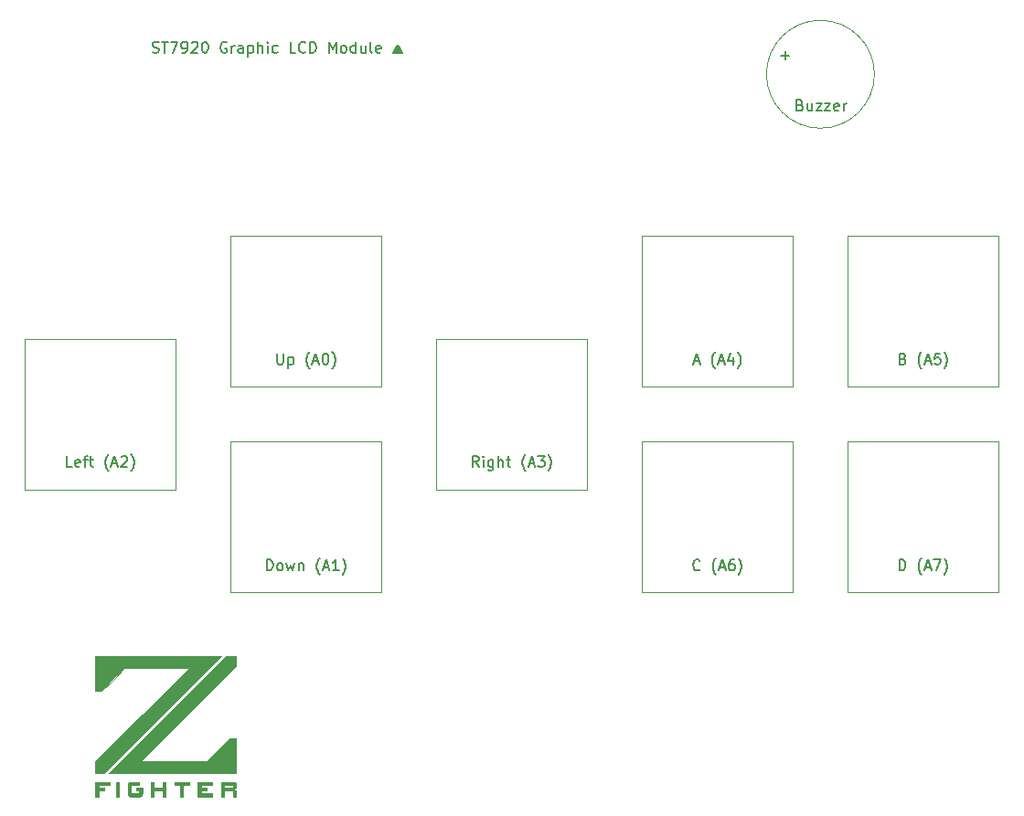
<source format=gto>
G04 #@! TF.GenerationSoftware,KiCad,Pcbnew,5.1.10*
G04 #@! TF.CreationDate,2022-03-31T14:38:22-07:00*
G04 #@! TF.ProjectId,Z-FIGHTER_Accessory_Board,5a2d4649-4748-4544-9552-5f4163636573,rev?*
G04 #@! TF.SameCoordinates,Original*
G04 #@! TF.FileFunction,Legend,Top*
G04 #@! TF.FilePolarity,Positive*
%FSLAX46Y46*%
G04 Gerber Fmt 4.6, Leading zero omitted, Abs format (unit mm)*
G04 Created by KiCad (PCBNEW 5.1.10) date 2022-03-31 14:38:22*
%MOMM*%
%LPD*%
G01*
G04 APERTURE LIST*
%ADD10C,0.150000*%
%ADD11C,0.120000*%
%ADD12C,0.010000*%
G04 APERTURE END LIST*
D10*
X80723571Y-98961261D02*
X80866428Y-99008880D01*
X81104523Y-99008880D01*
X81199761Y-98961261D01*
X81247380Y-98913642D01*
X81295000Y-98818404D01*
X81295000Y-98723166D01*
X81247380Y-98627928D01*
X81199761Y-98580309D01*
X81104523Y-98532690D01*
X80914047Y-98485071D01*
X80818809Y-98437452D01*
X80771190Y-98389833D01*
X80723571Y-98294595D01*
X80723571Y-98199357D01*
X80771190Y-98104119D01*
X80818809Y-98056500D01*
X80914047Y-98008880D01*
X81152142Y-98008880D01*
X81295000Y-98056500D01*
X81580714Y-98008880D02*
X82152142Y-98008880D01*
X81866428Y-99008880D02*
X81866428Y-98008880D01*
X82390238Y-98008880D02*
X83056904Y-98008880D01*
X82628333Y-99008880D01*
X83485476Y-99008880D02*
X83675952Y-99008880D01*
X83771190Y-98961261D01*
X83818809Y-98913642D01*
X83914047Y-98770785D01*
X83961666Y-98580309D01*
X83961666Y-98199357D01*
X83914047Y-98104119D01*
X83866428Y-98056500D01*
X83771190Y-98008880D01*
X83580714Y-98008880D01*
X83485476Y-98056500D01*
X83437857Y-98104119D01*
X83390238Y-98199357D01*
X83390238Y-98437452D01*
X83437857Y-98532690D01*
X83485476Y-98580309D01*
X83580714Y-98627928D01*
X83771190Y-98627928D01*
X83866428Y-98580309D01*
X83914047Y-98532690D01*
X83961666Y-98437452D01*
X84342619Y-98104119D02*
X84390238Y-98056500D01*
X84485476Y-98008880D01*
X84723571Y-98008880D01*
X84818809Y-98056500D01*
X84866428Y-98104119D01*
X84914047Y-98199357D01*
X84914047Y-98294595D01*
X84866428Y-98437452D01*
X84295000Y-99008880D01*
X84914047Y-99008880D01*
X85533095Y-98008880D02*
X85628333Y-98008880D01*
X85723571Y-98056500D01*
X85771190Y-98104119D01*
X85818809Y-98199357D01*
X85866428Y-98389833D01*
X85866428Y-98627928D01*
X85818809Y-98818404D01*
X85771190Y-98913642D01*
X85723571Y-98961261D01*
X85628333Y-99008880D01*
X85533095Y-99008880D01*
X85437857Y-98961261D01*
X85390238Y-98913642D01*
X85342619Y-98818404D01*
X85295000Y-98627928D01*
X85295000Y-98389833D01*
X85342619Y-98199357D01*
X85390238Y-98104119D01*
X85437857Y-98056500D01*
X85533095Y-98008880D01*
X87580714Y-98056500D02*
X87485476Y-98008880D01*
X87342619Y-98008880D01*
X87199761Y-98056500D01*
X87104523Y-98151738D01*
X87056904Y-98246976D01*
X87009285Y-98437452D01*
X87009285Y-98580309D01*
X87056904Y-98770785D01*
X87104523Y-98866023D01*
X87199761Y-98961261D01*
X87342619Y-99008880D01*
X87437857Y-99008880D01*
X87580714Y-98961261D01*
X87628333Y-98913642D01*
X87628333Y-98580309D01*
X87437857Y-98580309D01*
X88056904Y-99008880D02*
X88056904Y-98342214D01*
X88056904Y-98532690D02*
X88104523Y-98437452D01*
X88152142Y-98389833D01*
X88247380Y-98342214D01*
X88342619Y-98342214D01*
X89104523Y-99008880D02*
X89104523Y-98485071D01*
X89056904Y-98389833D01*
X88961666Y-98342214D01*
X88771190Y-98342214D01*
X88675952Y-98389833D01*
X89104523Y-98961261D02*
X89009285Y-99008880D01*
X88771190Y-99008880D01*
X88675952Y-98961261D01*
X88628333Y-98866023D01*
X88628333Y-98770785D01*
X88675952Y-98675547D01*
X88771190Y-98627928D01*
X89009285Y-98627928D01*
X89104523Y-98580309D01*
X89580714Y-98342214D02*
X89580714Y-99342214D01*
X89580714Y-98389833D02*
X89675952Y-98342214D01*
X89866428Y-98342214D01*
X89961666Y-98389833D01*
X90009285Y-98437452D01*
X90056904Y-98532690D01*
X90056904Y-98818404D01*
X90009285Y-98913642D01*
X89961666Y-98961261D01*
X89866428Y-99008880D01*
X89675952Y-99008880D01*
X89580714Y-98961261D01*
X90485476Y-99008880D02*
X90485476Y-98008880D01*
X90914047Y-99008880D02*
X90914047Y-98485071D01*
X90866428Y-98389833D01*
X90771190Y-98342214D01*
X90628333Y-98342214D01*
X90533095Y-98389833D01*
X90485476Y-98437452D01*
X91390238Y-99008880D02*
X91390238Y-98342214D01*
X91390238Y-98008880D02*
X91342619Y-98056500D01*
X91390238Y-98104119D01*
X91437857Y-98056500D01*
X91390238Y-98008880D01*
X91390238Y-98104119D01*
X92295000Y-98961261D02*
X92199761Y-99008880D01*
X92009285Y-99008880D01*
X91914047Y-98961261D01*
X91866428Y-98913642D01*
X91818809Y-98818404D01*
X91818809Y-98532690D01*
X91866428Y-98437452D01*
X91914047Y-98389833D01*
X92009285Y-98342214D01*
X92199761Y-98342214D01*
X92295000Y-98389833D01*
X93961666Y-99008880D02*
X93485476Y-99008880D01*
X93485476Y-98008880D01*
X94866428Y-98913642D02*
X94818809Y-98961261D01*
X94675952Y-99008880D01*
X94580714Y-99008880D01*
X94437857Y-98961261D01*
X94342619Y-98866023D01*
X94295000Y-98770785D01*
X94247380Y-98580309D01*
X94247380Y-98437452D01*
X94295000Y-98246976D01*
X94342619Y-98151738D01*
X94437857Y-98056500D01*
X94580714Y-98008880D01*
X94675952Y-98008880D01*
X94818809Y-98056500D01*
X94866428Y-98104119D01*
X95295000Y-99008880D02*
X95295000Y-98008880D01*
X95533095Y-98008880D01*
X95675952Y-98056500D01*
X95771190Y-98151738D01*
X95818809Y-98246976D01*
X95866428Y-98437452D01*
X95866428Y-98580309D01*
X95818809Y-98770785D01*
X95771190Y-98866023D01*
X95675952Y-98961261D01*
X95533095Y-99008880D01*
X95295000Y-99008880D01*
X97056904Y-99008880D02*
X97056904Y-98008880D01*
X97390238Y-98723166D01*
X97723571Y-98008880D01*
X97723571Y-99008880D01*
X98342619Y-99008880D02*
X98247380Y-98961261D01*
X98199761Y-98913642D01*
X98152142Y-98818404D01*
X98152142Y-98532690D01*
X98199761Y-98437452D01*
X98247380Y-98389833D01*
X98342619Y-98342214D01*
X98485476Y-98342214D01*
X98580714Y-98389833D01*
X98628333Y-98437452D01*
X98675952Y-98532690D01*
X98675952Y-98818404D01*
X98628333Y-98913642D01*
X98580714Y-98961261D01*
X98485476Y-99008880D01*
X98342619Y-99008880D01*
X99533095Y-99008880D02*
X99533095Y-98008880D01*
X99533095Y-98961261D02*
X99437857Y-99008880D01*
X99247380Y-99008880D01*
X99152142Y-98961261D01*
X99104523Y-98913642D01*
X99056904Y-98818404D01*
X99056904Y-98532690D01*
X99104523Y-98437452D01*
X99152142Y-98389833D01*
X99247380Y-98342214D01*
X99437857Y-98342214D01*
X99533095Y-98389833D01*
X100437857Y-98342214D02*
X100437857Y-99008880D01*
X100009285Y-98342214D02*
X100009285Y-98866023D01*
X100056904Y-98961261D01*
X100152142Y-99008880D01*
X100295000Y-99008880D01*
X100390238Y-98961261D01*
X100437857Y-98913642D01*
X101056904Y-99008880D02*
X100961666Y-98961261D01*
X100914047Y-98866023D01*
X100914047Y-98008880D01*
X101818809Y-98961261D02*
X101723571Y-99008880D01*
X101533095Y-99008880D01*
X101437857Y-98961261D01*
X101390238Y-98866023D01*
X101390238Y-98485071D01*
X101437857Y-98389833D01*
X101533095Y-98342214D01*
X101723571Y-98342214D01*
X101818809Y-98389833D01*
X101866428Y-98485071D01*
X101866428Y-98580309D01*
X101390238Y-98675547D01*
X103056904Y-98961261D02*
X103056904Y-99008880D01*
X103104523Y-98866023D02*
X103104523Y-99008880D01*
X103152142Y-98770785D02*
X103152142Y-99008880D01*
X103199761Y-98675547D02*
X103199761Y-99008880D01*
X103247380Y-98627928D02*
X103247380Y-99008880D01*
X103295000Y-98532690D02*
X103295000Y-99008880D01*
X103342619Y-98437452D02*
X103342619Y-99008880D01*
X103390238Y-98342214D02*
X103390238Y-99008880D01*
X103437857Y-98246976D02*
X103437857Y-99008880D01*
X103485476Y-98342214D02*
X103485476Y-99008880D01*
X103533095Y-98437452D02*
X103533095Y-99008880D01*
X103580714Y-98532690D02*
X103580714Y-99008880D01*
X103628333Y-98627928D02*
X103628333Y-99008880D01*
X103675952Y-98675547D02*
X103675952Y-99008880D01*
X103723571Y-98770785D02*
X103723571Y-99008880D01*
X103771190Y-98866023D02*
X103771190Y-99008880D01*
X103818809Y-99008880D02*
X103437857Y-98294595D01*
X103056904Y-99008880D01*
X103818809Y-98961261D02*
X103818809Y-99008880D01*
X103437857Y-98246976D02*
X103866428Y-99008880D01*
X103009285Y-99008880D01*
X103437857Y-98246976D01*
D11*
X107015000Y-139485000D02*
X107015000Y-125515000D01*
X120985000Y-139485000D02*
X107015000Y-139485000D01*
X120985000Y-125515000D02*
X120985000Y-139485000D01*
X107015000Y-125515000D02*
X120985000Y-125515000D01*
X145115000Y-149010000D02*
X145115000Y-135040000D01*
X159085000Y-149010000D02*
X145115000Y-149010000D01*
X159085000Y-135040000D02*
X159085000Y-149010000D01*
X145115000Y-135040000D02*
X159085000Y-135040000D01*
X126065000Y-149010000D02*
X126065000Y-135040000D01*
X140035000Y-149010000D02*
X126065000Y-149010000D01*
X140035000Y-135040000D02*
X140035000Y-149010000D01*
X126065000Y-135040000D02*
X140035000Y-135040000D01*
X145115000Y-129960000D02*
X145115000Y-115990000D01*
X159085000Y-129960000D02*
X145115000Y-129960000D01*
X159085000Y-115990000D02*
X159085000Y-129960000D01*
X145115000Y-115990000D02*
X159085000Y-115990000D01*
X126065000Y-129960000D02*
X126065000Y-115990000D01*
X140035000Y-129960000D02*
X126065000Y-129960000D01*
X140035000Y-115990000D02*
X140035000Y-129960000D01*
X126065000Y-115990000D02*
X140035000Y-115990000D01*
X87965000Y-135040000D02*
X101935000Y-135040000D01*
X101935000Y-135040000D02*
X101935000Y-149010000D01*
X101935000Y-149010000D02*
X87965000Y-149010000D01*
X87965000Y-149010000D02*
X87965000Y-135040000D01*
X87965000Y-129960000D02*
X87965000Y-115990000D01*
X101935000Y-129960000D02*
X87965000Y-129960000D01*
X101935000Y-115990000D02*
X101935000Y-129960000D01*
X87965000Y-115990000D02*
X101935000Y-115990000D01*
X68915000Y-139485000D02*
X68915000Y-125515000D01*
X82885000Y-139485000D02*
X68915000Y-139485000D01*
X82885000Y-125515000D02*
X82885000Y-139485000D01*
X68915000Y-125515000D02*
X82885000Y-125515000D01*
D12*
G36*
X76792267Y-166838667D02*
G01*
X75708534Y-166838667D01*
X75708534Y-167109600D01*
X76250400Y-167109600D01*
X76250400Y-167380533D01*
X75708534Y-167380533D01*
X75708534Y-167922400D01*
X75437600Y-167922400D01*
X75437600Y-166567733D01*
X76792267Y-166567733D01*
X76792267Y-166838667D01*
G37*
X76792267Y-166838667D02*
X75708534Y-166838667D01*
X75708534Y-167109600D01*
X76250400Y-167109600D01*
X76250400Y-167380533D01*
X75708534Y-167380533D01*
X75708534Y-167922400D01*
X75437600Y-167922400D01*
X75437600Y-166567733D01*
X76792267Y-166567733D01*
X76792267Y-166838667D01*
G36*
X77605067Y-167922400D02*
G01*
X77334133Y-167922400D01*
X77334133Y-166567733D01*
X77605067Y-166567733D01*
X77605067Y-167922400D01*
G37*
X77605067Y-167922400D02*
X77334133Y-167922400D01*
X77334133Y-166567733D01*
X77605067Y-166567733D01*
X77605067Y-167922400D01*
G36*
X79501600Y-166838667D02*
G01*
X78688800Y-166838667D01*
X78688800Y-167651467D01*
X79501600Y-167651467D01*
X79501600Y-167380533D01*
X79230667Y-167380533D01*
X79230667Y-167109600D01*
X79772534Y-167109600D01*
X79772534Y-167402346D01*
X79772221Y-167510288D01*
X79770864Y-167590425D01*
X79767837Y-167648813D01*
X79762513Y-167691512D01*
X79754265Y-167724580D01*
X79742466Y-167754074D01*
X79734434Y-167770576D01*
X79678877Y-167846653D01*
X79628600Y-167883952D01*
X79607339Y-167895171D01*
X79585571Y-167903924D01*
X79559001Y-167910517D01*
X79523333Y-167915252D01*
X79474271Y-167918435D01*
X79407520Y-167920369D01*
X79318785Y-167921360D01*
X79203770Y-167921710D01*
X79095200Y-167921736D01*
X78953265Y-167921450D01*
X78841106Y-167920521D01*
X78754635Y-167918729D01*
X78689765Y-167915858D01*
X78642406Y-167911690D01*
X78608471Y-167906006D01*
X78583873Y-167898589D01*
X78573309Y-167893922D01*
X78526098Y-167861787D01*
X78480227Y-167817226D01*
X78471709Y-167806726D01*
X78426334Y-167747236D01*
X78426334Y-166742897D01*
X78471944Y-166683098D01*
X78498530Y-166650163D01*
X78525155Y-166624165D01*
X78556047Y-166604287D01*
X78595431Y-166589711D01*
X78647535Y-166579619D01*
X78716585Y-166573193D01*
X78806808Y-166569615D01*
X78922430Y-166568068D01*
X79067678Y-166567734D01*
X79068126Y-166567733D01*
X79501600Y-166567733D01*
X79501600Y-166838667D01*
G37*
X79501600Y-166838667D02*
X78688800Y-166838667D01*
X78688800Y-167651467D01*
X79501600Y-167651467D01*
X79501600Y-167380533D01*
X79230667Y-167380533D01*
X79230667Y-167109600D01*
X79772534Y-167109600D01*
X79772534Y-167402346D01*
X79772221Y-167510288D01*
X79770864Y-167590425D01*
X79767837Y-167648813D01*
X79762513Y-167691512D01*
X79754265Y-167724580D01*
X79742466Y-167754074D01*
X79734434Y-167770576D01*
X79678877Y-167846653D01*
X79628600Y-167883952D01*
X79607339Y-167895171D01*
X79585571Y-167903924D01*
X79559001Y-167910517D01*
X79523333Y-167915252D01*
X79474271Y-167918435D01*
X79407520Y-167920369D01*
X79318785Y-167921360D01*
X79203770Y-167921710D01*
X79095200Y-167921736D01*
X78953265Y-167921450D01*
X78841106Y-167920521D01*
X78754635Y-167918729D01*
X78689765Y-167915858D01*
X78642406Y-167911690D01*
X78608471Y-167906006D01*
X78583873Y-167898589D01*
X78573309Y-167893922D01*
X78526098Y-167861787D01*
X78480227Y-167817226D01*
X78471709Y-167806726D01*
X78426334Y-167747236D01*
X78426334Y-166742897D01*
X78471944Y-166683098D01*
X78498530Y-166650163D01*
X78525155Y-166624165D01*
X78556047Y-166604287D01*
X78595431Y-166589711D01*
X78647535Y-166579619D01*
X78716585Y-166573193D01*
X78806808Y-166569615D01*
X78922430Y-166568068D01*
X79067678Y-166567734D01*
X79068126Y-166567733D01*
X79501600Y-166567733D01*
X79501600Y-166838667D01*
G36*
X80856267Y-167109600D02*
G01*
X81669067Y-167109600D01*
X81669067Y-166567733D01*
X81940000Y-166567733D01*
X81940000Y-167922400D01*
X81669067Y-167922400D01*
X81669067Y-167380533D01*
X80856267Y-167380533D01*
X80856267Y-167922400D01*
X80585333Y-167922400D01*
X80585333Y-166567733D01*
X80856267Y-166567733D01*
X80856267Y-167109600D01*
G37*
X80856267Y-167109600D02*
X81669067Y-167109600D01*
X81669067Y-166567733D01*
X81940000Y-166567733D01*
X81940000Y-167922400D01*
X81669067Y-167922400D01*
X81669067Y-167380533D01*
X80856267Y-167380533D01*
X80856267Y-167922400D01*
X80585333Y-167922400D01*
X80585333Y-166567733D01*
X80856267Y-166567733D01*
X80856267Y-167109600D01*
G36*
X84107467Y-166838667D02*
G01*
X83565600Y-166838667D01*
X83565600Y-167922400D01*
X83294667Y-167922400D01*
X83294667Y-166838667D01*
X82752800Y-166838667D01*
X82752800Y-166567733D01*
X84107467Y-166567733D01*
X84107467Y-166838667D01*
G37*
X84107467Y-166838667D02*
X83565600Y-166838667D01*
X83565600Y-167922400D01*
X83294667Y-167922400D01*
X83294667Y-166838667D01*
X82752800Y-166838667D01*
X82752800Y-166567733D01*
X84107467Y-166567733D01*
X84107467Y-166838667D01*
G36*
X86274934Y-166838667D02*
G01*
X85191200Y-166838667D01*
X85191200Y-167109600D01*
X85733067Y-167109600D01*
X85733067Y-167380533D01*
X85191200Y-167380533D01*
X85191200Y-167651467D01*
X86274934Y-167651467D01*
X86274934Y-167922400D01*
X84920267Y-167922400D01*
X84920267Y-166567733D01*
X86274934Y-166567733D01*
X86274934Y-166838667D01*
G37*
X86274934Y-166838667D02*
X85191200Y-166838667D01*
X85191200Y-167109600D01*
X85733067Y-167109600D01*
X85733067Y-167380533D01*
X85191200Y-167380533D01*
X85191200Y-167651467D01*
X86274934Y-167651467D01*
X86274934Y-167922400D01*
X84920267Y-167922400D01*
X84920267Y-166567733D01*
X86274934Y-166567733D01*
X86274934Y-166838667D01*
G36*
X87821374Y-166567874D02*
G01*
X87955819Y-166568673D01*
X88063625Y-166570699D01*
X88148404Y-166574520D01*
X88213769Y-166580703D01*
X88263334Y-166589816D01*
X88300711Y-166602428D01*
X88329514Y-166619105D01*
X88353357Y-166640416D01*
X88375852Y-166666928D01*
X88387986Y-166682658D01*
X88408737Y-166712787D01*
X88422467Y-166743556D01*
X88431023Y-166783377D01*
X88436249Y-166840660D01*
X88439810Y-166918917D01*
X88446358Y-167095819D01*
X88299882Y-167245067D01*
X88371141Y-167317674D01*
X88442400Y-167390282D01*
X88442400Y-167922400D01*
X88171467Y-167922400D01*
X88171467Y-167380533D01*
X87358667Y-167380533D01*
X87358667Y-167922400D01*
X87087733Y-167922400D01*
X87087733Y-166838667D01*
X87358667Y-166838667D01*
X87358667Y-167109600D01*
X88171467Y-167109600D01*
X88171467Y-166838667D01*
X87358667Y-166838667D01*
X87087733Y-166838667D01*
X87087733Y-166567733D01*
X87656674Y-166567733D01*
X87821374Y-166567874D01*
G37*
X87821374Y-166567874D02*
X87955819Y-166568673D01*
X88063625Y-166570699D01*
X88148404Y-166574520D01*
X88213769Y-166580703D01*
X88263334Y-166589816D01*
X88300711Y-166602428D01*
X88329514Y-166619105D01*
X88353357Y-166640416D01*
X88375852Y-166666928D01*
X88387986Y-166682658D01*
X88408737Y-166712787D01*
X88422467Y-166743556D01*
X88431023Y-166783377D01*
X88436249Y-166840660D01*
X88439810Y-166918917D01*
X88446358Y-167095819D01*
X88299882Y-167245067D01*
X88371141Y-167317674D01*
X88442400Y-167390282D01*
X88442400Y-167922400D01*
X88171467Y-167922400D01*
X88171467Y-167380533D01*
X87358667Y-167380533D01*
X87358667Y-167922400D01*
X87087733Y-167922400D01*
X87087733Y-166838667D01*
X87358667Y-166838667D01*
X87358667Y-167109600D01*
X88171467Y-167109600D01*
X88171467Y-166838667D01*
X87358667Y-166838667D01*
X87087733Y-166838667D01*
X87087733Y-166567733D01*
X87656674Y-166567733D01*
X87821374Y-166567874D01*
G36*
X76241953Y-165754934D02*
G01*
X75437600Y-165754934D01*
X75437600Y-164679692D01*
X79776754Y-160340513D01*
X84115909Y-156001334D01*
X78138368Y-156001334D01*
X77054733Y-157085067D01*
X75971099Y-158168800D01*
X75437600Y-158168800D01*
X75437600Y-154917600D01*
X87079247Y-154917600D01*
X76241953Y-165754934D01*
G37*
X76241953Y-165754934D02*
X75437600Y-165754934D01*
X75437600Y-164679692D01*
X79776754Y-160340513D01*
X84115909Y-156001334D01*
X78138368Y-156001334D01*
X77054733Y-157085067D01*
X75971099Y-158168800D01*
X75437600Y-158168800D01*
X75437600Y-154917600D01*
X87079247Y-154917600D01*
X76241953Y-165754934D01*
G36*
X88442400Y-155857376D02*
G01*
X84035512Y-160264288D01*
X79628625Y-164671200D01*
X85741633Y-164671200D01*
X87908901Y-162503734D01*
X88442400Y-162503734D01*
X88442400Y-165754934D01*
X76665287Y-165754934D01*
X82083934Y-160336267D01*
X87502580Y-154917600D01*
X88442400Y-154917600D01*
X88442400Y-155857376D01*
G37*
X88442400Y-155857376D02*
X84035512Y-160264288D01*
X79628625Y-164671200D01*
X85741633Y-164671200D01*
X87908901Y-162503734D01*
X88442400Y-162503734D01*
X88442400Y-165754934D01*
X76665287Y-165754934D01*
X82083934Y-160336267D01*
X87502580Y-154917600D01*
X88442400Y-154917600D01*
X88442400Y-155857376D01*
D11*
X147575000Y-101000000D02*
G75*
G03*
X147575000Y-101000000I-5000000J0D01*
G01*
D10*
X110928571Y-137372380D02*
X110595238Y-136896190D01*
X110357142Y-137372380D02*
X110357142Y-136372380D01*
X110738095Y-136372380D01*
X110833333Y-136420000D01*
X110880952Y-136467619D01*
X110928571Y-136562857D01*
X110928571Y-136705714D01*
X110880952Y-136800952D01*
X110833333Y-136848571D01*
X110738095Y-136896190D01*
X110357142Y-136896190D01*
X111357142Y-137372380D02*
X111357142Y-136705714D01*
X111357142Y-136372380D02*
X111309523Y-136420000D01*
X111357142Y-136467619D01*
X111404761Y-136420000D01*
X111357142Y-136372380D01*
X111357142Y-136467619D01*
X112261904Y-136705714D02*
X112261904Y-137515238D01*
X112214285Y-137610476D01*
X112166666Y-137658095D01*
X112071428Y-137705714D01*
X111928571Y-137705714D01*
X111833333Y-137658095D01*
X112261904Y-137324761D02*
X112166666Y-137372380D01*
X111976190Y-137372380D01*
X111880952Y-137324761D01*
X111833333Y-137277142D01*
X111785714Y-137181904D01*
X111785714Y-136896190D01*
X111833333Y-136800952D01*
X111880952Y-136753333D01*
X111976190Y-136705714D01*
X112166666Y-136705714D01*
X112261904Y-136753333D01*
X112738095Y-137372380D02*
X112738095Y-136372380D01*
X113166666Y-137372380D02*
X113166666Y-136848571D01*
X113119047Y-136753333D01*
X113023809Y-136705714D01*
X112880952Y-136705714D01*
X112785714Y-136753333D01*
X112738095Y-136800952D01*
X113500000Y-136705714D02*
X113880952Y-136705714D01*
X113642857Y-136372380D02*
X113642857Y-137229523D01*
X113690476Y-137324761D01*
X113785714Y-137372380D01*
X113880952Y-137372380D01*
X115261904Y-137753333D02*
X115214285Y-137705714D01*
X115119047Y-137562857D01*
X115071428Y-137467619D01*
X115023809Y-137324761D01*
X114976190Y-137086666D01*
X114976190Y-136896190D01*
X115023809Y-136658095D01*
X115071428Y-136515238D01*
X115119047Y-136420000D01*
X115214285Y-136277142D01*
X115261904Y-136229523D01*
X115595238Y-137086666D02*
X116071428Y-137086666D01*
X115500000Y-137372380D02*
X115833333Y-136372380D01*
X116166666Y-137372380D01*
X116404761Y-136372380D02*
X117023809Y-136372380D01*
X116690476Y-136753333D01*
X116833333Y-136753333D01*
X116928571Y-136800952D01*
X116976190Y-136848571D01*
X117023809Y-136943809D01*
X117023809Y-137181904D01*
X116976190Y-137277142D01*
X116928571Y-137324761D01*
X116833333Y-137372380D01*
X116547619Y-137372380D01*
X116452380Y-137324761D01*
X116404761Y-137277142D01*
X117357142Y-137753333D02*
X117404761Y-137705714D01*
X117500000Y-137562857D01*
X117547619Y-137467619D01*
X117595238Y-137324761D01*
X117642857Y-137086666D01*
X117642857Y-136896190D01*
X117595238Y-136658095D01*
X117547619Y-136515238D01*
X117500000Y-136420000D01*
X117404761Y-136277142D01*
X117357142Y-136229523D01*
X149885714Y-146977380D02*
X149885714Y-145977380D01*
X150123809Y-145977380D01*
X150266666Y-146025000D01*
X150361904Y-146120238D01*
X150409523Y-146215476D01*
X150457142Y-146405952D01*
X150457142Y-146548809D01*
X150409523Y-146739285D01*
X150361904Y-146834523D01*
X150266666Y-146929761D01*
X150123809Y-146977380D01*
X149885714Y-146977380D01*
X151933333Y-147358333D02*
X151885714Y-147310714D01*
X151790476Y-147167857D01*
X151742857Y-147072619D01*
X151695238Y-146929761D01*
X151647619Y-146691666D01*
X151647619Y-146501190D01*
X151695238Y-146263095D01*
X151742857Y-146120238D01*
X151790476Y-146025000D01*
X151885714Y-145882142D01*
X151933333Y-145834523D01*
X152266666Y-146691666D02*
X152742857Y-146691666D01*
X152171428Y-146977380D02*
X152504761Y-145977380D01*
X152838095Y-146977380D01*
X153076190Y-145977380D02*
X153742857Y-145977380D01*
X153314285Y-146977380D01*
X154028571Y-147358333D02*
X154076190Y-147310714D01*
X154171428Y-147167857D01*
X154219047Y-147072619D01*
X154266666Y-146929761D01*
X154314285Y-146691666D01*
X154314285Y-146501190D01*
X154266666Y-146263095D01*
X154219047Y-146120238D01*
X154171428Y-146025000D01*
X154076190Y-145882142D01*
X154028571Y-145834523D01*
X131407142Y-146882142D02*
X131359523Y-146929761D01*
X131216666Y-146977380D01*
X131121428Y-146977380D01*
X130978571Y-146929761D01*
X130883333Y-146834523D01*
X130835714Y-146739285D01*
X130788095Y-146548809D01*
X130788095Y-146405952D01*
X130835714Y-146215476D01*
X130883333Y-146120238D01*
X130978571Y-146025000D01*
X131121428Y-145977380D01*
X131216666Y-145977380D01*
X131359523Y-146025000D01*
X131407142Y-146072619D01*
X132883333Y-147358333D02*
X132835714Y-147310714D01*
X132740476Y-147167857D01*
X132692857Y-147072619D01*
X132645238Y-146929761D01*
X132597619Y-146691666D01*
X132597619Y-146501190D01*
X132645238Y-146263095D01*
X132692857Y-146120238D01*
X132740476Y-146025000D01*
X132835714Y-145882142D01*
X132883333Y-145834523D01*
X133216666Y-146691666D02*
X133692857Y-146691666D01*
X133121428Y-146977380D02*
X133454761Y-145977380D01*
X133788095Y-146977380D01*
X134550000Y-145977380D02*
X134359523Y-145977380D01*
X134264285Y-146025000D01*
X134216666Y-146072619D01*
X134121428Y-146215476D01*
X134073809Y-146405952D01*
X134073809Y-146786904D01*
X134121428Y-146882142D01*
X134169047Y-146929761D01*
X134264285Y-146977380D01*
X134454761Y-146977380D01*
X134550000Y-146929761D01*
X134597619Y-146882142D01*
X134645238Y-146786904D01*
X134645238Y-146548809D01*
X134597619Y-146453571D01*
X134550000Y-146405952D01*
X134454761Y-146358333D01*
X134264285Y-146358333D01*
X134169047Y-146405952D01*
X134121428Y-146453571D01*
X134073809Y-146548809D01*
X134978571Y-147358333D02*
X135026190Y-147310714D01*
X135121428Y-147167857D01*
X135169047Y-147072619D01*
X135216666Y-146929761D01*
X135264285Y-146691666D01*
X135264285Y-146501190D01*
X135216666Y-146263095D01*
X135169047Y-146120238D01*
X135121428Y-146025000D01*
X135026190Y-145882142D01*
X134978571Y-145834523D01*
X150219047Y-127353571D02*
X150361904Y-127401190D01*
X150409523Y-127448809D01*
X150457142Y-127544047D01*
X150457142Y-127686904D01*
X150409523Y-127782142D01*
X150361904Y-127829761D01*
X150266666Y-127877380D01*
X149885714Y-127877380D01*
X149885714Y-126877380D01*
X150219047Y-126877380D01*
X150314285Y-126925000D01*
X150361904Y-126972619D01*
X150409523Y-127067857D01*
X150409523Y-127163095D01*
X150361904Y-127258333D01*
X150314285Y-127305952D01*
X150219047Y-127353571D01*
X149885714Y-127353571D01*
X151933333Y-128258333D02*
X151885714Y-128210714D01*
X151790476Y-128067857D01*
X151742857Y-127972619D01*
X151695238Y-127829761D01*
X151647619Y-127591666D01*
X151647619Y-127401190D01*
X151695238Y-127163095D01*
X151742857Y-127020238D01*
X151790476Y-126925000D01*
X151885714Y-126782142D01*
X151933333Y-126734523D01*
X152266666Y-127591666D02*
X152742857Y-127591666D01*
X152171428Y-127877380D02*
X152504761Y-126877380D01*
X152838095Y-127877380D01*
X153647619Y-126877380D02*
X153171428Y-126877380D01*
X153123809Y-127353571D01*
X153171428Y-127305952D01*
X153266666Y-127258333D01*
X153504761Y-127258333D01*
X153600000Y-127305952D01*
X153647619Y-127353571D01*
X153695238Y-127448809D01*
X153695238Y-127686904D01*
X153647619Y-127782142D01*
X153600000Y-127829761D01*
X153504761Y-127877380D01*
X153266666Y-127877380D01*
X153171428Y-127829761D01*
X153123809Y-127782142D01*
X154028571Y-128258333D02*
X154076190Y-128210714D01*
X154171428Y-128067857D01*
X154219047Y-127972619D01*
X154266666Y-127829761D01*
X154314285Y-127591666D01*
X154314285Y-127401190D01*
X154266666Y-127163095D01*
X154219047Y-127020238D01*
X154171428Y-126925000D01*
X154076190Y-126782142D01*
X154028571Y-126734523D01*
X130859523Y-127591666D02*
X131335714Y-127591666D01*
X130764285Y-127877380D02*
X131097619Y-126877380D01*
X131430952Y-127877380D01*
X132811904Y-128258333D02*
X132764285Y-128210714D01*
X132669047Y-128067857D01*
X132621428Y-127972619D01*
X132573809Y-127829761D01*
X132526190Y-127591666D01*
X132526190Y-127401190D01*
X132573809Y-127163095D01*
X132621428Y-127020238D01*
X132669047Y-126925000D01*
X132764285Y-126782142D01*
X132811904Y-126734523D01*
X133145238Y-127591666D02*
X133621428Y-127591666D01*
X133050000Y-127877380D02*
X133383333Y-126877380D01*
X133716666Y-127877380D01*
X134478571Y-127210714D02*
X134478571Y-127877380D01*
X134240476Y-126829761D02*
X134002380Y-127544047D01*
X134621428Y-127544047D01*
X134907142Y-128258333D02*
X134954761Y-128210714D01*
X135050000Y-128067857D01*
X135097619Y-127972619D01*
X135145238Y-127829761D01*
X135192857Y-127591666D01*
X135192857Y-127401190D01*
X135145238Y-127163095D01*
X135097619Y-127020238D01*
X135050000Y-126925000D01*
X134954761Y-126782142D01*
X134907142Y-126734523D01*
X91307142Y-146977380D02*
X91307142Y-145977380D01*
X91545238Y-145977380D01*
X91688095Y-146025000D01*
X91783333Y-146120238D01*
X91830952Y-146215476D01*
X91878571Y-146405952D01*
X91878571Y-146548809D01*
X91830952Y-146739285D01*
X91783333Y-146834523D01*
X91688095Y-146929761D01*
X91545238Y-146977380D01*
X91307142Y-146977380D01*
X92450000Y-146977380D02*
X92354761Y-146929761D01*
X92307142Y-146882142D01*
X92259523Y-146786904D01*
X92259523Y-146501190D01*
X92307142Y-146405952D01*
X92354761Y-146358333D01*
X92450000Y-146310714D01*
X92592857Y-146310714D01*
X92688095Y-146358333D01*
X92735714Y-146405952D01*
X92783333Y-146501190D01*
X92783333Y-146786904D01*
X92735714Y-146882142D01*
X92688095Y-146929761D01*
X92592857Y-146977380D01*
X92450000Y-146977380D01*
X93116666Y-146310714D02*
X93307142Y-146977380D01*
X93497619Y-146501190D01*
X93688095Y-146977380D01*
X93878571Y-146310714D01*
X94259523Y-146310714D02*
X94259523Y-146977380D01*
X94259523Y-146405952D02*
X94307142Y-146358333D01*
X94402380Y-146310714D01*
X94545238Y-146310714D01*
X94640476Y-146358333D01*
X94688095Y-146453571D01*
X94688095Y-146977380D01*
X96211904Y-147358333D02*
X96164285Y-147310714D01*
X96069047Y-147167857D01*
X96021428Y-147072619D01*
X95973809Y-146929761D01*
X95926190Y-146691666D01*
X95926190Y-146501190D01*
X95973809Y-146263095D01*
X96021428Y-146120238D01*
X96069047Y-146025000D01*
X96164285Y-145882142D01*
X96211904Y-145834523D01*
X96545238Y-146691666D02*
X97021428Y-146691666D01*
X96450000Y-146977380D02*
X96783333Y-145977380D01*
X97116666Y-146977380D01*
X97973809Y-146977380D02*
X97402380Y-146977380D01*
X97688095Y-146977380D02*
X97688095Y-145977380D01*
X97592857Y-146120238D01*
X97497619Y-146215476D01*
X97402380Y-146263095D01*
X98307142Y-147358333D02*
X98354761Y-147310714D01*
X98450000Y-147167857D01*
X98497619Y-147072619D01*
X98545238Y-146929761D01*
X98592857Y-146691666D01*
X98592857Y-146501190D01*
X98545238Y-146263095D01*
X98497619Y-146120238D01*
X98450000Y-146025000D01*
X98354761Y-145882142D01*
X98307142Y-145834523D01*
X92259523Y-126872380D02*
X92259523Y-127681904D01*
X92307142Y-127777142D01*
X92354761Y-127824761D01*
X92450000Y-127872380D01*
X92640476Y-127872380D01*
X92735714Y-127824761D01*
X92783333Y-127777142D01*
X92830952Y-127681904D01*
X92830952Y-126872380D01*
X93307142Y-127205714D02*
X93307142Y-128205714D01*
X93307142Y-127253333D02*
X93402380Y-127205714D01*
X93592857Y-127205714D01*
X93688095Y-127253333D01*
X93735714Y-127300952D01*
X93783333Y-127396190D01*
X93783333Y-127681904D01*
X93735714Y-127777142D01*
X93688095Y-127824761D01*
X93592857Y-127872380D01*
X93402380Y-127872380D01*
X93307142Y-127824761D01*
X95259523Y-128253333D02*
X95211904Y-128205714D01*
X95116666Y-128062857D01*
X95069047Y-127967619D01*
X95021428Y-127824761D01*
X94973809Y-127586666D01*
X94973809Y-127396190D01*
X95021428Y-127158095D01*
X95069047Y-127015238D01*
X95116666Y-126920000D01*
X95211904Y-126777142D01*
X95259523Y-126729523D01*
X95592857Y-127586666D02*
X96069047Y-127586666D01*
X95497619Y-127872380D02*
X95830952Y-126872380D01*
X96164285Y-127872380D01*
X96688095Y-126872380D02*
X96783333Y-126872380D01*
X96878571Y-126920000D01*
X96926190Y-126967619D01*
X96973809Y-127062857D01*
X97021428Y-127253333D01*
X97021428Y-127491428D01*
X96973809Y-127681904D01*
X96926190Y-127777142D01*
X96878571Y-127824761D01*
X96783333Y-127872380D01*
X96688095Y-127872380D01*
X96592857Y-127824761D01*
X96545238Y-127777142D01*
X96497619Y-127681904D01*
X96450000Y-127491428D01*
X96450000Y-127253333D01*
X96497619Y-127062857D01*
X96545238Y-126967619D01*
X96592857Y-126920000D01*
X96688095Y-126872380D01*
X97354761Y-128253333D02*
X97402380Y-128205714D01*
X97497619Y-128062857D01*
X97545238Y-127967619D01*
X97592857Y-127824761D01*
X97640476Y-127586666D01*
X97640476Y-127396190D01*
X97592857Y-127158095D01*
X97545238Y-127015238D01*
X97497619Y-126920000D01*
X97402380Y-126777142D01*
X97354761Y-126729523D01*
X73257142Y-137372380D02*
X72780952Y-137372380D01*
X72780952Y-136372380D01*
X73971428Y-137324761D02*
X73876190Y-137372380D01*
X73685714Y-137372380D01*
X73590476Y-137324761D01*
X73542857Y-137229523D01*
X73542857Y-136848571D01*
X73590476Y-136753333D01*
X73685714Y-136705714D01*
X73876190Y-136705714D01*
X73971428Y-136753333D01*
X74019047Y-136848571D01*
X74019047Y-136943809D01*
X73542857Y-137039047D01*
X74304761Y-136705714D02*
X74685714Y-136705714D01*
X74447619Y-137372380D02*
X74447619Y-136515238D01*
X74495238Y-136420000D01*
X74590476Y-136372380D01*
X74685714Y-136372380D01*
X74876190Y-136705714D02*
X75257142Y-136705714D01*
X75019047Y-136372380D02*
X75019047Y-137229523D01*
X75066666Y-137324761D01*
X75161904Y-137372380D01*
X75257142Y-137372380D01*
X76638095Y-137753333D02*
X76590476Y-137705714D01*
X76495238Y-137562857D01*
X76447619Y-137467619D01*
X76400000Y-137324761D01*
X76352380Y-137086666D01*
X76352380Y-136896190D01*
X76400000Y-136658095D01*
X76447619Y-136515238D01*
X76495238Y-136420000D01*
X76590476Y-136277142D01*
X76638095Y-136229523D01*
X76971428Y-137086666D02*
X77447619Y-137086666D01*
X76876190Y-137372380D02*
X77209523Y-136372380D01*
X77542857Y-137372380D01*
X77828571Y-136467619D02*
X77876190Y-136420000D01*
X77971428Y-136372380D01*
X78209523Y-136372380D01*
X78304761Y-136420000D01*
X78352380Y-136467619D01*
X78400000Y-136562857D01*
X78400000Y-136658095D01*
X78352380Y-136800952D01*
X77780952Y-137372380D01*
X78400000Y-137372380D01*
X78733333Y-137753333D02*
X78780952Y-137705714D01*
X78876190Y-137562857D01*
X78923809Y-137467619D01*
X78971428Y-137324761D01*
X79019047Y-137086666D01*
X79019047Y-136896190D01*
X78971428Y-136658095D01*
X78923809Y-136515238D01*
X78876190Y-136420000D01*
X78780952Y-136277142D01*
X78733333Y-136229523D01*
X140686428Y-103848571D02*
X140829285Y-103896190D01*
X140876904Y-103943809D01*
X140924523Y-104039047D01*
X140924523Y-104181904D01*
X140876904Y-104277142D01*
X140829285Y-104324761D01*
X140734047Y-104372380D01*
X140353095Y-104372380D01*
X140353095Y-103372380D01*
X140686428Y-103372380D01*
X140781666Y-103420000D01*
X140829285Y-103467619D01*
X140876904Y-103562857D01*
X140876904Y-103658095D01*
X140829285Y-103753333D01*
X140781666Y-103800952D01*
X140686428Y-103848571D01*
X140353095Y-103848571D01*
X141781666Y-103705714D02*
X141781666Y-104372380D01*
X141353095Y-103705714D02*
X141353095Y-104229523D01*
X141400714Y-104324761D01*
X141495952Y-104372380D01*
X141638809Y-104372380D01*
X141734047Y-104324761D01*
X141781666Y-104277142D01*
X142162619Y-103705714D02*
X142686428Y-103705714D01*
X142162619Y-104372380D01*
X142686428Y-104372380D01*
X142972142Y-103705714D02*
X143495952Y-103705714D01*
X142972142Y-104372380D01*
X143495952Y-104372380D01*
X144257857Y-104324761D02*
X144162619Y-104372380D01*
X143972142Y-104372380D01*
X143876904Y-104324761D01*
X143829285Y-104229523D01*
X143829285Y-103848571D01*
X143876904Y-103753333D01*
X143972142Y-103705714D01*
X144162619Y-103705714D01*
X144257857Y-103753333D01*
X144305476Y-103848571D01*
X144305476Y-103943809D01*
X143829285Y-104039047D01*
X144734047Y-104372380D02*
X144734047Y-103705714D01*
X144734047Y-103896190D02*
X144781666Y-103800952D01*
X144829285Y-103753333D01*
X144924523Y-103705714D01*
X145019761Y-103705714D01*
X138944047Y-99271428D02*
X139705952Y-99271428D01*
X139325000Y-99652380D02*
X139325000Y-98890476D01*
M02*

</source>
